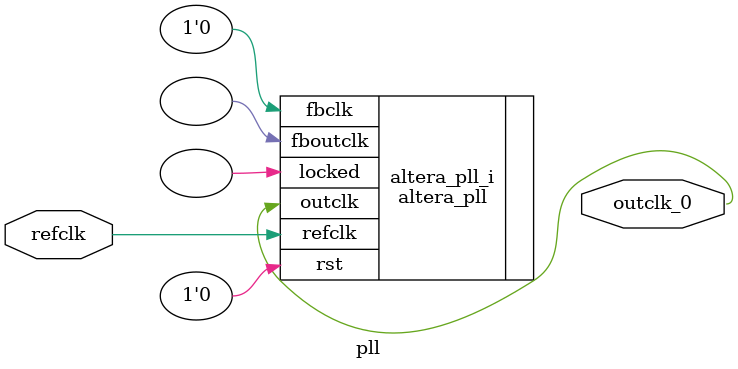
<source format=v>
`timescale 1ns/10ps
module pll(
    // interface 'refclk'
    input wire refclk,
    // interface 'outclk'
    output wire outclk_0
);

    altera_pll #(
        .fractional_vco_multiplier("false"),
        .reference_clock_frequency("50.0 MHz"),
        .operation_mode("direct"),
        .number_of_clocks(1),
        .output_clock_frequency0("150.000000 MHz"),
        .phase_shift0("0 ps"),
        .duty_cycle0(50),
        .output_clock_frequency1("0 MHz"),
        .phase_shift1("0 ps"),
        .duty_cycle1(50),
        .output_clock_frequency2("0 MHz"),
        .phase_shift2("0 ps"),
        .duty_cycle2(50),
        .output_clock_frequency3("0 MHz"),
        .phase_shift3("0 ps"),
        .duty_cycle3(50),
        .output_clock_frequency4("0 MHz"),
        .phase_shift4("0 ps"),
        .duty_cycle4(50),
        .output_clock_frequency5("0 MHz"),
        .phase_shift5("0 ps"),
        .duty_cycle5(50),
        .output_clock_frequency6("0 MHz"),
        .phase_shift6("0 ps"),
        .duty_cycle6(50),
        .output_clock_frequency7("0 MHz"),
        .phase_shift7("0 ps"),
        .duty_cycle7(50),
        .output_clock_frequency8("0 MHz"),
        .phase_shift8("0 ps"),
        .duty_cycle8(50),
        .output_clock_frequency9("0 MHz"),
        .phase_shift9("0 ps"),
        .duty_cycle9(50),
        .output_clock_frequency10("0 MHz"),
        .phase_shift10("0 ps"),
        .duty_cycle10(50),
        .output_clock_frequency11("0 MHz"),
        .phase_shift11("0 ps"),
        .duty_cycle11(50),
        .output_clock_frequency12("0 MHz"),
        .phase_shift12("0 ps"),
        .duty_cycle12(50),
        .output_clock_frequency13("0 MHz"),
        .phase_shift13("0 ps"),
        .duty_cycle13(50),
        .output_clock_frequency14("0 MHz"),
        .phase_shift14("0 ps"),
        .duty_cycle14(50),
        .output_clock_frequency15("0 MHz"),
        .phase_shift15("0 ps"),
        .duty_cycle15(50),
        .output_clock_frequency16("0 MHz"),
        .phase_shift16("0 ps"),
        .duty_cycle16(50),
        .output_clock_frequency17("0 MHz"),
        .phase_shift17("0 ps"),
        .duty_cycle17(50),
        .pll_type("General"),
        .pll_subtype("General")
    ) altera_pll_i (
        .rst    (1'b0),
        .outclk ({outclk_0}),
        .locked (),
        .fboutclk( ),
        .fbclk  (1'b0),
        .refclk (refclk)
    );
endmodule

</source>
